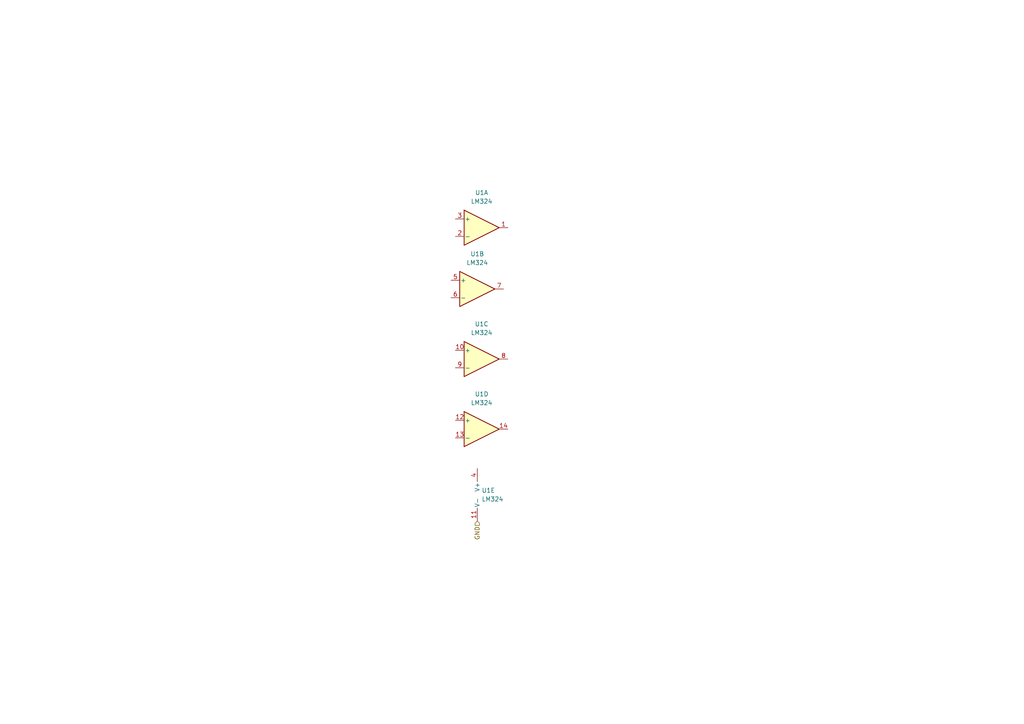
<source format=kicad_sch>
(kicad_sch (version 20250114) (generator "eeschema") (generator_version "9.0")
  (paper "A4")
  (lib_symbols
    (symbol "Amplifier_Operational:LM324" (pin_names (offset 0.127))
      (property "Reference" "U" (at 0 5.08 0))
      (property "Value" "LM324" (at 0 -5.08 0))
      (symbol "LM324_1_1"
        (polyline (pts (xy -5.08 5.08) (xy 5.08 0) (xy -5.08 -5.08) (xy -5.08 5.08)) (stroke (width 0.254)) (fill (type background)))
        (pin input line (at -7.62 2.54 0) (length 2.54) (name "+") (number "3"))
        (pin input line (at -7.62 -2.54 0) (length 2.54) (name "-") (number "2"))
        (pin output line (at 7.62 0 180) (length 2.54) (name "~") (number "1"))
      )
      (symbol "LM324_2_1"
        (polyline (pts (xy -5.08 5.08) (xy 5.08 0) (xy -5.08 -5.08) (xy -5.08 5.08)) (stroke (width 0.254)) (fill (type background)))
        (pin input line (at -7.62 2.54 0) (length 2.54) (name "+") (number "5"))
        (pin input line (at -7.62 -2.54 0) (length 2.54) (name "-") (number "6"))
        (pin output line (at 7.62 0 180) (length 2.54) (name "~") (number "7"))
      )
      (symbol "LM324_3_1"
        (polyline (pts (xy -5.08 5.08) (xy 5.08 0) (xy -5.08 -5.08) (xy -5.08 5.08)) (stroke (width 0.254)) (fill (type background)))
        (pin input line (at -7.62 2.54 0) (length 2.54) (name "+") (number "10"))
        (pin input line (at -7.62 -2.54 0) (length 2.54) (name "-") (number "9"))
        (pin output line (at 7.62 0 180) (length 2.54) (name "~") (number "8"))
      )
      (symbol "LM324_4_1"
        (polyline (pts (xy -5.08 5.08) (xy 5.08 0) (xy -5.08 -5.08) (xy -5.08 5.08)) (stroke (width 0.254)) (fill (type background)))
        (pin input line (at -7.62 2.54 0) (length 2.54) (name "+") (number "12"))
        (pin input line (at -7.62 -2.54 0) (length 2.54) (name "-") (number "13"))
        (pin output line (at 7.62 0 180) (length 2.54) (name "~") (number "14"))
      )
      (symbol "LM324_5_1"
        (pin power_in line (at -2.54 7.62 270) (length 3.81) (name "V+") (number "4"))
        (pin power_in line (at -2.54 -7.62 90) (length 3.81) (name "V-") (number "11"))
      )
    )
  )
  (hierarchical_label "GND" (shape input) (at 138.43 151.13 270))
  (symbol (lib_id "Amplifier_Operational:LM324") (at 139.7 124.46 0) (unit 4)
    (property "Reference" "U1" (at 139.7 114.3 0))
    (property "Value" "LM324" (at 139.7 116.84 0))
    (property "Datasheet" "http://www.ti.com/lit/ds/symlink/lm2902-n.pdf" (effects (hide yes)))
    (property "Description" "Low-Power, Quad-Operational Amplifiers, DIP-14/SOIC-14/SSOP-14" (effects (hide yes)))
  )
  (symbol (lib_id "Amplifier_Operational:LM324") (at 139.7 66.04 0) (unit 1)
    (property "Reference" "U1" (at 139.7 55.88 0))
    (property "Value" "LM324" (at 139.7 58.42 0))
    (property "Datasheet" "http://www.ti.com/lit/ds/symlink/lm2902-n.pdf" (effects (hide yes)))
    (property "Description" "Low-Power, Quad-Operational Amplifiers, DIP-14/SOIC-14/SSOP-14" (effects (hide yes)))
  )
  (symbol (lib_id "Amplifier_Operational:LM324") (at 138.43 83.82 0) (unit 2)
    (property "Reference" "U1" (at 138.43 73.66 0))
    (property "Value" "LM324" (at 138.43 76.2 0))
    (property "Datasheet" "http://www.ti.com/lit/ds/symlink/lm2902-n.pdf" (effects (hide yes)))
    (property "Description" "Low-Power, Quad-Operational Amplifiers, DIP-14/SOIC-14/SSOP-14" (effects (hide yes)))
  )
  (symbol (lib_id "Amplifier_Operational:LM324") (at 139.7 104.14 0) (unit 3)
    (property "Reference" "U1" (at 139.7 93.98 0))
    (property "Value" "LM324" (at 139.7 96.52 0))
    (property "Datasheet" "http://www.ti.com/lit/ds/symlink/lm2902-n.pdf" (effects (hide yes)))
    (property "Description" "Low-Power, Quad-Operational Amplifiers, DIP-14/SOIC-14/SSOP-14" (effects (hide yes)))
  )
  (symbol (lib_id "Amplifier_Operational:LM324") (at 140.97 143.51 0) (unit 5)
    (property "Reference" "U1" (at 139.7 142.2399 0) (effects (justify left)))
    (property "Value" "LM324" (at 139.7 144.7799 0) (effects (justify left)))
    (property "Datasheet" "http://www.ti.com/lit/ds/symlink/lm2902-n.pdf" (effects (hide yes)))
    (property "Description" "Low-Power, Quad-Operational Amplifiers, DIP-14/SOIC-14/SSOP-14" (effects (hide yes)))
  )
)
</source>
